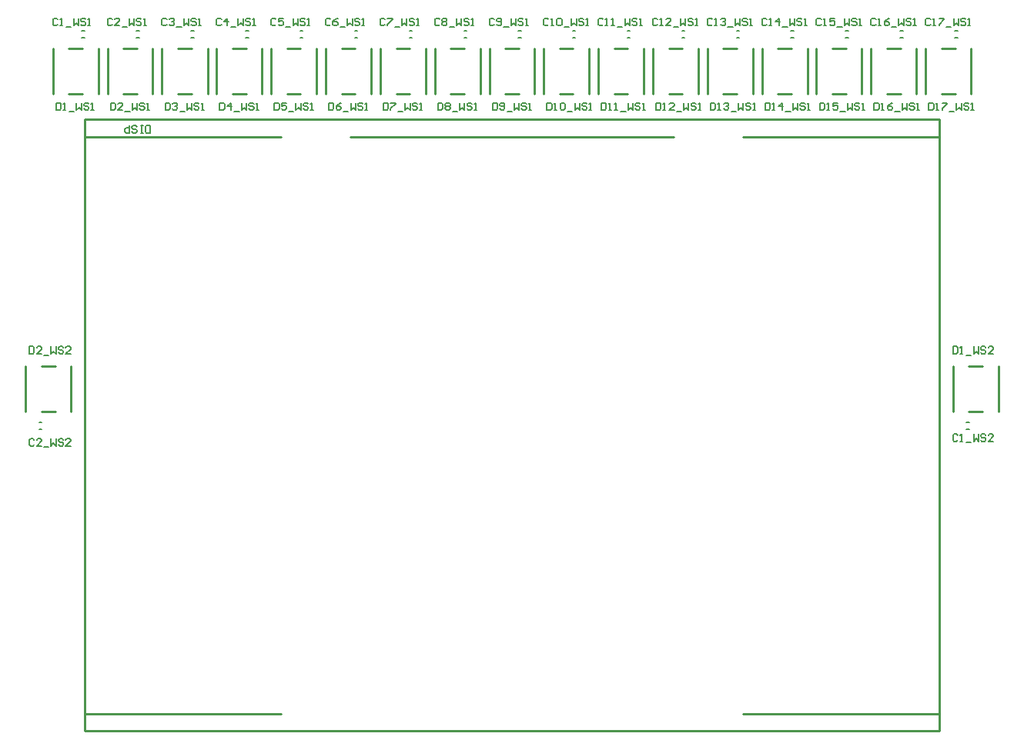
<source format=gto>
%FSTAX23Y23*%
%MOIN*%
%SFA1B1*%

%IPPOS*%
%ADD12C,0.010000*%
%ADD79C,0.007000*%
%ADD80C,0.005905*%
%LNpcb_singleledrow-1*%
%LPD*%
G54D12*
X-0185Y0D02*
Y01325D01*
X0185*
X0185Y0125D02*
Y01324D01*
X-0185Y-01324D02*
Y-0125D01*
Y-01324D02*
X-0185Y-01325D01*
X0185*
Y0*
X-0185Y0125D02*
X-01D01*
X-0185Y01249D02*
X-0185Y0125D01*
X-0185Y-0125D02*
Y01249D01*
X01Y0125D02*
X0185D01*
X0185Y01249*
Y-0125D02*
Y01249D01*
X01Y-0125D02*
X0185D01*
X-0185D02*
X-01D01*
X-007Y0125D02*
X007D01*
X01791Y01437D02*
Y01633D01*
X0186D02*
X01919D01*
X0186Y01437D02*
X01919D01*
X01988D02*
Y01535D01*
Y01633*
X01555Y01437D02*
Y01633D01*
X01624D02*
X01683D01*
X01624Y01437D02*
X01683D01*
X01751D02*
Y01535D01*
Y01633*
X01515Y01535D02*
Y01633D01*
Y01437D02*
Y01535D01*
X01387Y01437D02*
X01446D01*
X01387Y01633D02*
X01446D01*
X01318Y01437D02*
Y01633D01*
X01279Y01535D02*
Y01633D01*
Y01437D02*
Y01535D01*
X01151Y01437D02*
X0121D01*
X01151Y01633D02*
X0121D01*
X01082Y01437D02*
Y01633D01*
X01043Y01535D02*
Y01633D01*
Y01437D02*
Y01535D01*
X00915Y01437D02*
X00974D01*
X00915Y01633D02*
X00974D01*
X00846Y01437D02*
Y01633D01*
X00807Y01535D02*
Y01633D01*
Y01437D02*
Y01535D01*
X00679Y01437D02*
X00738D01*
X00679Y01633D02*
X00738D01*
X0061Y01437D02*
Y01633D01*
X0057Y01535D02*
Y01633D01*
Y01437D02*
Y01535D01*
X00442Y01437D02*
X00501D01*
X00442Y01633D02*
X00501D01*
X00374Y01437D02*
Y01633D01*
X00334Y01535D02*
Y01633D01*
Y01437D02*
Y01535D01*
X00206Y01437D02*
X00265D01*
X00206Y01633D02*
X00265D01*
X00137Y01437D02*
Y01633D01*
X00098Y01535D02*
Y01633D01*
Y01437D02*
Y01535D01*
X-00029Y01437D02*
X00029D01*
X-00029Y01633D02*
X00029D01*
X-00098Y01437D02*
Y01633D01*
X-00137Y01535D02*
Y01633D01*
Y01437D02*
Y01535D01*
X-00265Y01437D02*
X-00206D01*
X-00265Y01633D02*
X-00206D01*
X-00334Y01437D02*
Y01633D01*
X-00374Y01535D02*
Y01633D01*
Y01437D02*
Y01535D01*
X-00501Y01437D02*
X-00442D01*
X-00501Y01633D02*
X-00442D01*
X-0057Y01437D02*
Y01633D01*
X-0061Y01535D02*
Y01633D01*
Y01437D02*
Y01535D01*
X-00738Y01437D02*
X-00679D01*
X-00738Y01633D02*
X-00679D01*
X-00807Y01437D02*
Y01633D01*
X-00846Y01535D02*
Y01633D01*
Y01437D02*
Y01535D01*
X-00974Y01437D02*
X-00915D01*
X-00974Y01633D02*
X-00915D01*
X-01043Y01437D02*
Y01633D01*
X-01082Y01535D02*
Y01633D01*
Y01437D02*
Y01535D01*
X-0121Y01437D02*
X-01151D01*
X-0121Y01633D02*
X-01151D01*
X-01279Y01437D02*
Y01633D01*
X-01318Y01535D02*
Y01633D01*
Y01437D02*
Y01535D01*
X-01446Y01437D02*
X-01387D01*
X-01446Y01633D02*
X-01387D01*
X-01515Y01437D02*
Y01633D01*
X-01555Y01535D02*
Y01633D01*
Y01437D02*
Y01535D01*
X-01683Y01437D02*
X-01624D01*
X-01683Y01633D02*
X-01624D01*
X-01751Y01437D02*
Y01633D01*
X-01791Y01535D02*
Y01633D01*
Y01437D02*
Y01535D01*
X-01919Y01437D02*
X-0186D01*
X-01919Y01633D02*
X-0186D01*
X-01988Y01437D02*
Y01633D01*
X-01909Y00059D02*
Y00255D01*
X-02037Y00059D02*
X-01978D01*
X-02037Y00255D02*
X-01978D01*
X-02106Y00157D02*
Y00255D01*
Y00059D02*
Y00157D01*
X02106Y00059D02*
Y00255D01*
X01978Y00059D02*
X02037D01*
X01978Y00255D02*
X02037D01*
X01909Y00157D02*
Y00255D01*
Y00059D02*
Y00157D01*
G54D79*
X01917Y0168D02*
X01929D01*
X01917Y01709D02*
X01929D01*
X01681Y0168D02*
X01692D01*
X01681Y01709D02*
X01692D01*
X01444D02*
X01456D01*
X01444Y0168D02*
X01456D01*
X01208Y01709D02*
X0122D01*
X01208Y0168D02*
X0122D01*
X00972Y01709D02*
X00984D01*
X00972Y0168D02*
X00984D01*
X00736Y01709D02*
X00748D01*
X00736Y0168D02*
X00748D01*
X005Y01709D02*
X00511D01*
X005Y0168D02*
X00511D01*
X00263Y01709D02*
X00275D01*
X00263Y0168D02*
X00275D01*
X00027Y01709D02*
X00039D01*
X00027Y0168D02*
X00039D01*
X-00208Y01709D02*
X-00196D01*
X-00208Y0168D02*
X-00196D01*
X-00444Y01709D02*
X-00433D01*
X-00444Y0168D02*
X-00433D01*
X-00681Y01709D02*
X-00669D01*
X-00681Y0168D02*
X-00669D01*
X-00917Y01709D02*
X-00905D01*
X-00917Y0168D02*
X-00905D01*
X-01153Y01709D02*
X-01141D01*
X-01153Y0168D02*
X-01141D01*
X-01389Y01709D02*
X-01377D01*
X-01389Y0168D02*
X-01377D01*
X-01625Y01709D02*
X-01614D01*
X-01625Y0168D02*
X-01614D01*
X-01862Y01709D02*
X-0185D01*
X-01862Y0168D02*
X-0185D01*
X01968Y00012D02*
X0198D01*
X01968Y-00016D02*
X0198D01*
X-02047Y00012D02*
X-02035D01*
X-02047Y-00016D02*
X-02035D01*
G54D80*
X-01566Y01267D02*
Y01299D01*
X-01582*
X-01587Y01293*
Y01272*
X-01582Y01267*
X-01566*
X-01598D02*
X-01608D01*
X-01603*
Y01299*
X-01598*
X-01608*
X-01645Y01272D02*
X-0164Y01267D01*
X-01629*
X-01624Y01272*
Y01278*
X-01629Y01283*
X-0164*
X-01645Y01288*
Y01293*
X-0164Y01299*
X-01629*
X-01624Y01293*
X-01656Y01299D02*
Y01267D01*
X-01671*
X-01677Y01272*
Y01283*
X-01671Y01288*
X-01656*
X-0209Y00341D02*
Y0031D01*
X-02074*
X-02069Y00315*
Y00336*
X-02074Y00341*
X-0209*
X-02037Y0031D02*
X-02058D01*
X-02037Y0033*
Y00336*
X-02042Y00341*
X-02053*
X-02058Y00336*
X-02027Y00304D02*
X-02006D01*
X-01995Y00341D02*
Y0031D01*
X-01985Y0032*
X-01974Y0031*
Y00341*
X-01943Y00336D02*
X-01948Y00341D01*
X-01958*
X-01964Y00336*
Y0033*
X-01958Y00325*
X-01948*
X-01943Y0032*
Y00315*
X-01948Y0031*
X-01958*
X-01964Y00315*
X-01911Y0031D02*
X-01932D01*
X-01911Y0033*
Y00336*
X-01916Y00341*
X-01927*
X-01932Y00336*
X0191Y00341D02*
Y0031D01*
X01925*
X0193Y00315*
Y00336*
X01925Y00341*
X0191*
X01941Y0031D02*
X01951D01*
X01946*
Y00341*
X01941Y00336*
X01967Y00304D02*
X01988D01*
X01999Y00341D02*
Y0031D01*
X02009Y0032*
X0202Y0031*
Y00341*
X02051Y00336D02*
X02046Y00341D01*
X02035*
X0203Y00336*
Y0033*
X02035Y00325*
X02046*
X02051Y0032*
Y00315*
X02046Y0031*
X02035*
X0203Y00315*
X02083Y0031D02*
X02062D01*
X02083Y0033*
Y00336*
X02077Y00341*
X02067*
X02062Y00336*
X-02069Y-00063D02*
X-02074Y-00058D01*
X-02084*
X-0209Y-00063*
Y-00084*
X-02084Y-0009*
X-02074*
X-02069Y-00084*
X-02037Y-0009D02*
X-02058D01*
X-02037Y-00069*
Y-00063*
X-02042Y-00058*
X-02053*
X-02058Y-00063*
X-02027Y-00095D02*
X-02006D01*
X-01995Y-00058D02*
Y-0009D01*
X-01985Y-00079*
X-01974Y-0009*
Y-00058*
X-01943Y-00063D02*
X-01948Y-00058D01*
X-01958*
X-01964Y-00063*
Y-00069*
X-01958Y-00074*
X-01948*
X-01943Y-00079*
Y-00084*
X-01948Y-0009*
X-01958*
X-01964Y-00084*
X-01911Y-0009D02*
X-01932D01*
X-01911Y-00069*
Y-00063*
X-01916Y-00058*
X-01927*
X-01932Y-00063*
X0193Y-00043D02*
X01925Y-00038D01*
X01915*
X0191Y-00043*
Y-00064*
X01915Y-0007*
X01925*
X0193Y-00064*
X01941Y-0007D02*
X01951D01*
X01946*
Y-00038*
X01941Y-00043*
X01967Y-00075D02*
X01988D01*
X01999Y-00038D02*
Y-0007D01*
X02009Y-00059*
X0202Y-0007*
Y-00038*
X02051Y-00043D02*
X02046Y-00038D01*
X02035*
X0203Y-00043*
Y-00049*
X02035Y-00054*
X02046*
X02051Y-00059*
Y-00064*
X02046Y-0007*
X02035*
X0203Y-00064*
X02083Y-0007D02*
X02062D01*
X02083Y-00049*
Y-00043*
X02077Y-00038*
X02067*
X02062Y-00043*
X01805Y01397D02*
Y01366D01*
X0182*
X01826Y01371*
Y01392*
X0182Y01397*
X01805*
X01836Y01366D02*
X01847D01*
X01841*
Y01397*
X01836Y01392*
X01862Y01397D02*
X01883D01*
Y01392*
X01862Y01371*
Y01366*
X01894Y0136D02*
X01915D01*
X01925Y01397D02*
Y01366D01*
X01936Y01376*
X01946Y01366*
Y01397*
X01978Y01392D02*
X01973Y01397D01*
X01962*
X01957Y01392*
Y01387*
X01962Y01381*
X01973*
X01978Y01376*
Y01371*
X01973Y01366*
X01962*
X01957Y01371*
X01988Y01366D02*
X01999D01*
X01994*
Y01397*
X01988Y01392*
X01568Y01397D02*
Y01366D01*
X01584*
X01589Y01371*
Y01392*
X01584Y01397*
X01568*
X016Y01366D02*
X0161D01*
X01605*
Y01397*
X016Y01392*
X01647Y01397D02*
X01637Y01392D01*
X01626Y01381*
Y01371*
X01631Y01366*
X01642*
X01647Y01371*
Y01376*
X01642Y01381*
X01626*
X01658Y0136D02*
X01679D01*
X01689Y01397D02*
Y01366D01*
X017Y01376*
X0171Y01366*
Y01397*
X01742Y01392D02*
X01736Y01397D01*
X01726*
X01721Y01392*
Y01387*
X01726Y01381*
X01736*
X01742Y01376*
Y01371*
X01736Y01366*
X01726*
X01721Y01371*
X01752Y01366D02*
X01763D01*
X01757*
Y01397*
X01752Y01392*
X01812Y01758D02*
X01807Y01763D01*
X01796*
X01791Y01758*
Y01737*
X01796Y01732*
X01807*
X01812Y01737*
X01822Y01732D02*
X01833D01*
X01828*
Y01763*
X01822Y01758*
X01849Y01763D02*
X0187D01*
Y01758*
X01849Y01737*
Y01732*
X0188Y01727D02*
X01901D01*
X01912Y01763D02*
Y01732D01*
X01922Y01742*
X01933Y01732*
Y01763*
X01964Y01758D02*
X01959Y01763D01*
X01948*
X01943Y01758*
Y01753*
X01948Y01748*
X01959*
X01964Y01742*
Y01737*
X01959Y01732*
X01948*
X01943Y01737*
X01975Y01732D02*
X01985D01*
X0198*
Y01763*
X01975Y01758*
X01576D02*
X0157Y01763D01*
X0156*
X01555Y01758*
Y01737*
X0156Y01732*
X0157*
X01576Y01737*
X01586Y01732D02*
X01597D01*
X01591*
Y01763*
X01586Y01758*
X01633Y01763D02*
X01623Y01758D01*
X01612Y01748*
Y01737*
X01618Y01732*
X01628*
X01633Y01737*
Y01742*
X01628Y01748*
X01612*
X01644Y01727D02*
X01665D01*
X01675Y01763D02*
Y01732D01*
X01686Y01742*
X01696Y01732*
Y01763*
X01728Y01758D02*
X01723Y01763D01*
X01712*
X01707Y01758*
Y01753*
X01712Y01748*
X01723*
X01728Y01742*
Y01737*
X01723Y01732*
X01712*
X01707Y01737*
X01738Y01732D02*
X01749D01*
X01744*
Y01763*
X01738Y01758*
X01339D02*
X01334Y01763D01*
X01324*
X01318Y01758*
Y01737*
X01324Y01732*
X01334*
X01339Y01737*
X0135Y01732D02*
X0136D01*
X01355*
Y01763*
X0135Y01758*
X01397Y01763D02*
X01376D01*
Y01748*
X01387Y01753*
X01392*
X01397Y01748*
Y01737*
X01392Y01732*
X01381*
X01376Y01737*
X01408Y01727D02*
X01429D01*
X01439Y01763D02*
Y01732D01*
X0145Y01742*
X0146Y01732*
Y01763*
X01492Y01758D02*
X01486Y01763D01*
X01476*
X01471Y01758*
Y01753*
X01476Y01748*
X01486*
X01492Y01742*
Y01737*
X01486Y01732*
X01476*
X01471Y01737*
X01502Y01732D02*
X01513D01*
X01507*
Y01763*
X01502Y01758*
X01103D02*
X01098Y01763D01*
X01087*
X01082Y01758*
Y01737*
X01087Y01732*
X01098*
X01103Y01737*
X01114Y01732D02*
X01124D01*
X01119*
Y01763*
X01114Y01758*
X01156Y01732D02*
Y01763D01*
X0114Y01748*
X01161*
X01171Y01727D02*
X01192D01*
X01203Y01763D02*
Y01732D01*
X01213Y01742*
X01224Y01732*
Y01763*
X01255Y01758D02*
X0125Y01763D01*
X0124*
X01234Y01758*
Y01753*
X0124Y01748*
X0125*
X01255Y01742*
Y01737*
X0125Y01732*
X0124*
X01234Y01737*
X01266Y01732D02*
X01276D01*
X01271*
Y01763*
X01266Y01758*
X00867D02*
X00862Y01763D01*
X00851*
X00846Y01758*
Y01737*
X00851Y01732*
X00862*
X00867Y01737*
X00877Y01732D02*
X00888D01*
X00883*
Y01763*
X00877Y01758*
X00904D02*
X00909Y01763D01*
X00919*
X00925Y01758*
Y01753*
X00919Y01748*
X00914*
X00919*
X00925Y01742*
Y01737*
X00919Y01732*
X00909*
X00904Y01737*
X00935Y01727D02*
X00956D01*
X00967Y01763D02*
Y01732D01*
X00977Y01742*
X00988Y01732*
Y01763*
X01019Y01758D02*
X01014Y01763D01*
X01003*
X00998Y01758*
Y01753*
X01003Y01748*
X01014*
X01019Y01742*
Y01737*
X01014Y01732*
X01003*
X00998Y01737*
X0103Y01732D02*
X0104D01*
X01035*
Y01763*
X0103Y01758*
X00631D02*
X00625Y01763D01*
X00615*
X0061Y01758*
Y01737*
X00615Y01732*
X00625*
X00631Y01737*
X00641Y01732D02*
X00652D01*
X00646*
Y01763*
X00641Y01758*
X00688Y01732D02*
X00667D01*
X00688Y01753*
Y01758*
X00683Y01763*
X00673*
X00667Y01758*
X00699Y01727D02*
X0072D01*
X0073Y01763D02*
Y01732D01*
X00741Y01742*
X00751Y01732*
Y01763*
X00783Y01758D02*
X00778Y01763D01*
X00767*
X00762Y01758*
Y01753*
X00767Y01748*
X00778*
X00783Y01742*
Y01737*
X00778Y01732*
X00767*
X00762Y01737*
X00793Y01732D02*
X00804D01*
X00799*
Y01763*
X00793Y01758*
X00395D02*
X00389Y01763D01*
X00379*
X00374Y01758*
Y01737*
X00379Y01732*
X00389*
X00395Y01737*
X00405Y01732D02*
X00415D01*
X0041*
Y01763*
X00405Y01758*
X00431Y01732D02*
X00442D01*
X00436*
Y01763*
X00431Y01758*
X00457Y01727D02*
X00478D01*
X00489Y01763D02*
Y01732D01*
X00499Y01742*
X0051Y01732*
Y01763*
X00541Y01758D02*
X00536Y01763D01*
X00526*
X0052Y01758*
Y01753*
X00526Y01748*
X00536*
X00541Y01742*
Y01737*
X00536Y01732*
X00526*
X0052Y01737*
X00552Y01732D02*
X00562D01*
X00557*
Y01763*
X00552Y01758*
X00158D02*
X00153Y01763D01*
X00143*
X00137Y01758*
Y01737*
X00143Y01732*
X00153*
X00158Y01737*
X00169Y01732D02*
X00179D01*
X00174*
Y01763*
X00169Y01758*
X00195D02*
X002Y01763D01*
X00211*
X00216Y01758*
Y01737*
X00211Y01732*
X002*
X00195Y01737*
Y01758*
X00227Y01727D02*
X00247D01*
X00258Y01763D02*
Y01732D01*
X00268Y01742*
X00279Y01732*
Y01763*
X0031Y01758D02*
X00305Y01763D01*
X00295*
X00289Y01758*
Y01753*
X00295Y01748*
X00305*
X0031Y01742*
Y01737*
X00305Y01732*
X00295*
X00289Y01737*
X00321Y01732D02*
X00331D01*
X00326*
Y01763*
X00321Y01758*
X-00077D02*
X-00082Y01763D01*
X-00093*
X-00098Y01758*
Y01737*
X-00093Y01732*
X-00082*
X-00077Y01737*
X-00066D02*
X-00061Y01732D01*
X-00051*
X-00045Y01737*
Y01758*
X-00051Y01763*
X-00061*
X-00066Y01758*
Y01753*
X-00061Y01748*
X-00045*
X-00035Y01727D02*
X-00014D01*
X-00003Y01763D02*
Y01732D01*
X00006Y01742*
X00017Y01732*
Y01763*
X00048Y01758D02*
X00043Y01763D01*
X00032*
X00027Y01758*
Y01753*
X00032Y01748*
X00043*
X00048Y01742*
Y01737*
X00043Y01732*
X00032*
X00027Y01737*
X00059Y01732D02*
X00069D01*
X00064*
Y01763*
X00059Y01758*
X-00313D02*
X-00318Y01763D01*
X-00329*
X-00334Y01758*
Y01737*
X-00329Y01732*
X-00318*
X-00313Y01737*
X-00303Y01758D02*
X-00297Y01763D01*
X-00287*
X-00282Y01758*
Y01753*
X-00287Y01748*
X-00282Y01742*
Y01737*
X-00287Y01732*
X-00297*
X-00303Y01737*
Y01742*
X-00297Y01748*
X-00303Y01753*
Y01758*
X-00297Y01748D02*
X-00287D01*
X-00271Y01727D02*
X-0025D01*
X-0024Y01763D02*
Y01732D01*
X-00229Y01742*
X-00219Y01732*
Y01763*
X-00187Y01758D02*
X-00192Y01763D01*
X-00203*
X-00208Y01758*
Y01753*
X-00203Y01748*
X-00192*
X-00187Y01742*
Y01737*
X-00192Y01732*
X-00203*
X-00208Y01737*
X-00177Y01732D02*
X-00166D01*
X-00171*
Y01763*
X-00177Y01758*
X-00549D02*
X-00555Y01763D01*
X-00565*
X-0057Y01758*
Y01737*
X-00565Y01732*
X-00555*
X-00549Y01737*
X-00539Y01763D02*
X-00518D01*
Y01758*
X-00539Y01737*
Y01732*
X-00507Y01727D02*
X-00486D01*
X-00476Y01763D02*
Y01732D01*
X-00465Y01742*
X-00455Y01732*
Y01763*
X-00423Y01758D02*
X-00429Y01763D01*
X-00439*
X-00444Y01758*
Y01753*
X-00439Y01748*
X-00429*
X-00423Y01742*
Y01737*
X-00429Y01732*
X-00439*
X-00444Y01737*
X-00413Y01732D02*
X-00402D01*
X-00408*
Y01763*
X-00413Y01758*
X-00786D02*
X-00791Y01763D01*
X-00801*
X-00807Y01758*
Y01737*
X-00801Y01732*
X-00791*
X-00786Y01737*
X-00754Y01763D02*
X-00765Y01758D01*
X-00775Y01748*
Y01737*
X-0077Y01732*
X-00759*
X-00754Y01737*
Y01742*
X-00759Y01748*
X-00775*
X-00744Y01727D02*
X-00723D01*
X-00712Y01763D02*
Y01732D01*
X-00702Y01742*
X-00691Y01732*
Y01763*
X-0066Y01758D02*
X-00665Y01763D01*
X-00675*
X-00681Y01758*
Y01753*
X-00675Y01748*
X-00665*
X-0066Y01742*
Y01737*
X-00665Y01732*
X-00675*
X-00681Y01737*
X-00649Y01732D02*
X-00639D01*
X-00644*
Y01763*
X-00649Y01758*
X-01022D02*
X-01027Y01763D01*
X-01038*
X-01043Y01758*
Y01737*
X-01038Y01732*
X-01027*
X-01022Y01737*
X-0099Y01763D02*
X-01011D01*
Y01748*
X-01001Y01753*
X-00996*
X-0099Y01748*
Y01737*
X-00996Y01732*
X-01006*
X-01011Y01737*
X-0098Y01727D02*
X-00959D01*
X-00948Y01763D02*
Y01732D01*
X-00938Y01742*
X-00927Y01732*
Y01763*
X-00896Y01758D02*
X-00901Y01763D01*
X-00912*
X-00917Y01758*
Y01753*
X-00912Y01748*
X-00901*
X-00896Y01742*
Y01737*
X-00901Y01732*
X-00912*
X-00917Y01737*
X-00885Y01732D02*
X-00875D01*
X-0088*
Y01763*
X-00885Y01758*
X-01258D02*
X-01263Y01763D01*
X-01274*
X-01279Y01758*
Y01737*
X-01274Y01732*
X-01263*
X-01258Y01737*
X-01232Y01732D02*
Y01763D01*
X-01248Y01748*
X-01227*
X-01216Y01727D02*
X-01195D01*
X-01185Y01763D02*
Y01732D01*
X-01174Y01742*
X-01164Y01732*
Y01763*
X-01132Y01758D02*
X-01137Y01763D01*
X-01148*
X-01153Y01758*
Y01753*
X-01148Y01748*
X-01137*
X-01132Y01742*
Y01737*
X-01137Y01732*
X-01148*
X-01153Y01737*
X-01122Y01732D02*
X-01111D01*
X-01116*
Y01763*
X-01122Y01758*
X-01494D02*
X-015Y01763D01*
X-0151*
X-01515Y01758*
Y01737*
X-0151Y01732*
X-015*
X-01494Y01737*
X-01484Y01758D02*
X-01479Y01763D01*
X-01468*
X-01463Y01758*
Y01753*
X-01468Y01748*
X-01473*
X-01468*
X-01463Y01742*
Y01737*
X-01468Y01732*
X-01479*
X-01484Y01737*
X-01452Y01727D02*
X-01431D01*
X-01421Y01763D02*
Y01732D01*
X-0141Y01742*
X-014Y01732*
Y01763*
X-01368Y01758D02*
X-01374Y01763D01*
X-01384*
X-01389Y01758*
Y01753*
X-01384Y01748*
X-01374*
X-01368Y01742*
Y01737*
X-01374Y01732*
X-01384*
X-01389Y01737*
X-01358Y01732D02*
X-01347D01*
X-01353*
Y01763*
X-01358Y01758*
X-0173D02*
X-01736Y01763D01*
X-01746*
X-01751Y01758*
Y01737*
X-01746Y01732*
X-01736*
X-0173Y01737*
X-01699Y01732D02*
X-0172D01*
X-01699Y01753*
Y01758*
X-01704Y01763*
X-01715*
X-0172Y01758*
X-01688Y01727D02*
X-01668D01*
X-01657Y01763D02*
Y01732D01*
X-01647Y01742*
X-01636Y01732*
Y01763*
X-01605Y01758D02*
X-0161Y01763D01*
X-0162*
X-01626Y01758*
Y01753*
X-0162Y01748*
X-0161*
X-01605Y01742*
Y01737*
X-0161Y01732*
X-0162*
X-01626Y01737*
X-01594Y01732D02*
X-01584D01*
X-01589*
Y01763*
X-01594Y01758*
X-01967D02*
X-01972Y01763D01*
X-01982*
X-01988Y01758*
Y01737*
X-01982Y01732*
X-01972*
X-01967Y01737*
X-01956Y01732D02*
X-01946D01*
X-01951*
Y01763*
X-01956Y01758*
X-0193Y01727D02*
X-01909D01*
X-01898Y01763D02*
Y01732D01*
X-01888Y01742*
X-01877Y01732*
Y01763*
X-01846Y01758D02*
X-01851Y01763D01*
X-01862*
X-01867Y01758*
Y01753*
X-01862Y01748*
X-01851*
X-01846Y01742*
Y01737*
X-01851Y01732*
X-01862*
X-01867Y01737*
X-01836Y01732D02*
X-01825D01*
X-0183*
Y01763*
X-01836Y01758*
X01332Y01397D02*
Y01366D01*
X01348*
X01353Y01371*
Y01392*
X01348Y01397*
X01332*
X01364Y01366D02*
X01374D01*
X01369*
Y01397*
X01364Y01392*
X01411Y01397D02*
X0139D01*
Y01381*
X014Y01387*
X01406*
X01411Y01381*
Y01371*
X01406Y01366*
X01395*
X0139Y01371*
X01421Y0136D02*
X01442D01*
X01453Y01397D02*
Y01366D01*
X01463Y01376*
X01474Y01366*
Y01397*
X01505Y01392D02*
X015Y01397D01*
X0149*
X01484Y01392*
Y01387*
X0149Y01381*
X015*
X01505Y01376*
Y01371*
X015Y01366*
X0149*
X01484Y01371*
X01516Y01366D02*
X01526D01*
X01521*
Y01397*
X01516Y01392*
X01096Y01397D02*
Y01366D01*
X01112*
X01117Y01371*
Y01392*
X01112Y01397*
X01096*
X01127Y01366D02*
X01138D01*
X01133*
Y01397*
X01127Y01392*
X01169Y01366D02*
Y01397D01*
X01154Y01381*
X01175*
X01185Y0136D02*
X01206D01*
X01217Y01397D02*
Y01366D01*
X01227Y01376*
X01238Y01366*
Y01397*
X01269Y01392D02*
X01264Y01397D01*
X01253*
X01248Y01392*
Y01387*
X01253Y01381*
X01264*
X01269Y01376*
Y01371*
X01264Y01366*
X01253*
X01248Y01371*
X0128Y01366D02*
X0129D01*
X01285*
Y01397*
X0128Y01392*
X0086Y01397D02*
Y01366D01*
X00875*
X00881Y01371*
Y01392*
X00875Y01397*
X0086*
X00891Y01366D02*
X00902D01*
X00896*
Y01397*
X00891Y01392*
X00917D02*
X00923Y01397D01*
X00933*
X00938Y01392*
Y01387*
X00933Y01381*
X00928*
X00933*
X00938Y01376*
Y01371*
X00933Y01366*
X00923*
X00917Y01371*
X00949Y0136D02*
X0097D01*
X0098Y01397D02*
Y01366D01*
X00991Y01376*
X01001Y01366*
Y01397*
X01033Y01392D02*
X01028Y01397D01*
X01017*
X01012Y01392*
Y01387*
X01017Y01381*
X01028*
X01033Y01376*
Y01371*
X01028Y01366*
X01017*
X01012Y01371*
X01043Y01366D02*
X01054D01*
X01049*
Y01397*
X01043Y01392*
X00624Y01397D02*
Y01366D01*
X00639*
X00645Y01371*
Y01392*
X00639Y01397*
X00624*
X00655Y01366D02*
X00665D01*
X0066*
Y01397*
X00655Y01392*
X00702Y01366D02*
X00681D01*
X00702Y01387*
Y01392*
X00697Y01397*
X00686*
X00681Y01392*
X00713Y0136D02*
X00734D01*
X00744Y01397D02*
Y01366D01*
X00755Y01376*
X00765Y01366*
Y01397*
X00797Y01392D02*
X00791Y01397D01*
X00781*
X00776Y01392*
Y01387*
X00781Y01381*
X00791*
X00797Y01376*
Y01371*
X00791Y01366*
X00781*
X00776Y01371*
X00807Y01366D02*
X00818D01*
X00812*
Y01397*
X00807Y01392*
X00387Y01397D02*
Y01366D01*
X00403*
X00408Y01371*
Y01392*
X00403Y01397*
X00387*
X00419Y01366D02*
X00429D01*
X00424*
Y01397*
X00419Y01392*
X00445Y01366D02*
X00456D01*
X0045*
Y01397*
X00445Y01392*
X00471Y0136D02*
X00492D01*
X00503Y01397D02*
Y01366D01*
X00513Y01376*
X00524Y01366*
Y01397*
X00555Y01392D02*
X0055Y01397D01*
X00539*
X00534Y01392*
Y01387*
X00539Y01381*
X0055*
X00555Y01376*
Y01371*
X0055Y01366*
X00539*
X00534Y01371*
X00566Y01366D02*
X00576D01*
X00571*
Y01397*
X00566Y01392*
X00151Y01397D02*
Y01366D01*
X00167*
X00172Y01371*
Y01392*
X00167Y01397*
X00151*
X00183Y01366D02*
X00193D01*
X00188*
Y01397*
X00183Y01392*
X00209D02*
X00214Y01397D01*
X00225*
X0023Y01392*
Y01371*
X00225Y01366*
X00214*
X00209Y01371*
Y01392*
X0024Y0136D02*
X00261D01*
X00272Y01397D02*
Y01366D01*
X00282Y01376*
X00293Y01366*
Y01397*
X00324Y01392D02*
X00319Y01397D01*
X00309*
X00303Y01392*
Y01387*
X00309Y01381*
X00319*
X00324Y01376*
Y01371*
X00319Y01366*
X00309*
X00303Y01371*
X00335Y01366D02*
X00345D01*
X0034*
Y01397*
X00335Y01392*
X-00084Y01397D02*
Y01366D01*
X-00068*
X-00063Y01371*
Y01392*
X-00068Y01397*
X-00084*
X-00053Y01371D02*
X-00047Y01366D01*
X-00037*
X-00032Y01371*
Y01392*
X-00037Y01397*
X-00047*
X-00053Y01392*
Y01387*
X-00047Y01381*
X-00032*
X-00021Y0136D02*
X0D01*
X00009Y01397D02*
Y01366D01*
X0002Y01376*
X0003Y01366*
Y01397*
X00062Y01392D02*
X00057Y01397D01*
X00046*
X00041Y01392*
Y01387*
X00046Y01381*
X00057*
X00062Y01376*
Y01371*
X00057Y01366*
X00046*
X00041Y01371*
X00072Y01366D02*
X00083D01*
X00078*
Y01397*
X00072Y01392*
X-0032Y01397D02*
Y01366D01*
X-00305*
X-00299Y01371*
Y01392*
X-00305Y01397*
X-0032*
X-00289Y01392D02*
X-00284Y01397D01*
X-00273*
X-00268Y01392*
Y01387*
X-00273Y01381*
X-00268Y01376*
Y01371*
X-00273Y01366*
X-00284*
X-00289Y01371*
Y01376*
X-00284Y01381*
X-00289Y01387*
Y01392*
X-00284Y01381D02*
X-00273D01*
X-00257Y0136D02*
X-00236D01*
X-00226Y01397D02*
Y01366D01*
X-00215Y01376*
X-00205Y01366*
Y01397*
X-00173Y01392D02*
X-00179Y01397D01*
X-00189*
X-00194Y01392*
Y01387*
X-00189Y01381*
X-00179*
X-00173Y01376*
Y01371*
X-00179Y01366*
X-00189*
X-00194Y01371*
X-00163Y01366D02*
X-00152D01*
X-00158*
Y01397*
X-00163Y01392*
X-00557Y01397D02*
Y01366D01*
X-00541*
X-00536Y01371*
Y01392*
X-00541Y01397*
X-00557*
X-00525D02*
X-00504D01*
Y01392*
X-00525Y01371*
Y01366*
X-00494Y0136D02*
X-00473D01*
X-00462Y01397D02*
Y01366D01*
X-00452Y01376*
X-00441Y01366*
Y01397*
X-0041Y01392D02*
X-00415Y01397D01*
X-00425*
X-00431Y01392*
Y01387*
X-00425Y01381*
X-00415*
X-0041Y01376*
Y01371*
X-00415Y01366*
X-00425*
X-00431Y01371*
X-00399Y01366D02*
X-00389D01*
X-00394*
Y01397*
X-00399Y01392*
X-00793Y01397D02*
Y01366D01*
X-00777*
X-00772Y01371*
Y01392*
X-00777Y01397*
X-00793*
X-0074D02*
X-00751Y01392D01*
X-00761Y01381*
Y01371*
X-00756Y01366*
X-00746*
X-0074Y01371*
Y01376*
X-00746Y01381*
X-00761*
X-0073Y0136D02*
X-00709D01*
X-00698Y01397D02*
Y01366D01*
X-00688Y01376*
X-00677Y01366*
Y01397*
X-00646Y01392D02*
X-00651Y01397D01*
X-00662*
X-00667Y01392*
Y01387*
X-00662Y01381*
X-00651*
X-00646Y01376*
Y01371*
X-00651Y01366*
X-00662*
X-00667Y01371*
X-00635Y01366D02*
X-00625D01*
X-0063*
Y01397*
X-00635Y01392*
X-01029Y01397D02*
Y01366D01*
X-01013*
X-01008Y01371*
Y01392*
X-01013Y01397*
X-01029*
X-00977D02*
X-00998D01*
Y01381*
X-00987Y01387*
X-00982*
X-00977Y01381*
Y01371*
X-00982Y01366*
X-00992*
X-00998Y01371*
X-00966Y0136D02*
X-00945D01*
X-00935Y01397D02*
Y01366D01*
X-00924Y01376*
X-00914Y01366*
Y01397*
X-00882Y01392D02*
X-00887Y01397D01*
X-00898*
X-00903Y01392*
Y01387*
X-00898Y01381*
X-00887*
X-00882Y01376*
Y01371*
X-00887Y01366*
X-00898*
X-00903Y01371*
X-00872Y01366D02*
X-00861D01*
X-00866*
Y01397*
X-00872Y01392*
X-01265Y01397D02*
Y01366D01*
X-0125*
X-01244Y01371*
Y01392*
X-0125Y01397*
X-01265*
X-01218Y01366D02*
Y01397D01*
X-01234Y01381*
X-01213*
X-01202Y0136D02*
X-01181D01*
X-01171Y01397D02*
Y01366D01*
X-0116Y01376*
X-0115Y01366*
Y01397*
X-01118Y01392D02*
X-01124Y01397D01*
X-01134*
X-01139Y01392*
Y01387*
X-01134Y01381*
X-01124*
X-01118Y01376*
Y01371*
X-01124Y01366*
X-01134*
X-01139Y01371*
X-01108Y01366D02*
X-01097D01*
X-01103*
Y01397*
X-01108Y01392*
X-01501Y01397D02*
Y01366D01*
X-01486*
X-0148Y01371*
Y01392*
X-01486Y01397*
X-01501*
X-0147Y01392D02*
X-01465Y01397D01*
X-01454*
X-01449Y01392*
Y01387*
X-01454Y01381*
X-01459*
X-01454*
X-01449Y01376*
Y01371*
X-01454Y01366*
X-01465*
X-0147Y01371*
X-01438Y0136D02*
X-01418D01*
X-01407Y01397D02*
Y01366D01*
X-01397Y01376*
X-01386Y01366*
Y01397*
X-01355Y01392D02*
X-0136Y01397D01*
X-0137*
X-01376Y01392*
Y01387*
X-0137Y01381*
X-0136*
X-01355Y01376*
Y01371*
X-0136Y01366*
X-0137*
X-01376Y01371*
X-01344Y01366D02*
X-01334D01*
X-01339*
Y01397*
X-01344Y01392*
X-01738Y01397D02*
Y01366D01*
X-01722*
X-01717Y01371*
Y01392*
X-01722Y01397*
X-01738*
X-01685Y01366D02*
X-01706D01*
X-01685Y01387*
Y01392*
X-0169Y01397*
X-01701*
X-01706Y01392*
X-01675Y0136D02*
X-01654D01*
X-01643Y01397D02*
Y01366D01*
X-01633Y01376*
X-01622Y01366*
Y01397*
X-01591Y01392D02*
X-01596Y01397D01*
X-01606*
X-01612Y01392*
Y01387*
X-01606Y01381*
X-01596*
X-01591Y01376*
Y01371*
X-01596Y01366*
X-01606*
X-01612Y01371*
X-0158Y01366D02*
X-0157D01*
X-01575*
Y01397*
X-0158Y01392*
X-01974Y01397D02*
Y01366D01*
X-01958*
X-01953Y01371*
Y01392*
X-01958Y01397*
X-01974*
X-01942Y01366D02*
X-01932D01*
X-01937*
Y01397*
X-01942Y01392*
X-01916Y0136D02*
X-01895D01*
X-01885Y01397D02*
Y01366D01*
X-01874Y01376*
X-01864Y01366*
Y01397*
X-01832Y01392D02*
X-01837Y01397D01*
X-01848*
X-01853Y01392*
Y01387*
X-01848Y01381*
X-01837*
X-01832Y01376*
Y01371*
X-01837Y01366*
X-01848*
X-01853Y01371*
X-01822Y01366D02*
X-01811D01*
X-01816*
Y01397*
X-01822Y01392*
M02*
</source>
